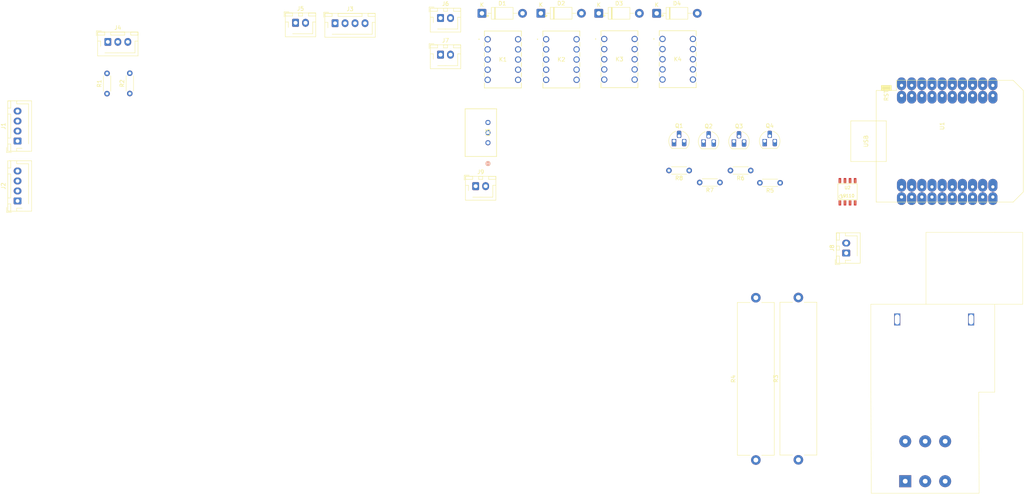
<source format=kicad_pcb>
(kicad_pcb (version 20241229) (generator "pcbnew") (generator_version "9.0")
  (layers (0 "F.Cu" signal) (2 "B.Cu" signal) (13 "F.Paste" user) (15 "B.Paste" user) (5 "F.SilkS" user "F.Silkscreen") (7 "B.SilkS" user "B.Silkscreen") (1 "F.Mask" user) (3 "B.Mask" user) (25 "Edge.Cuts" user))
  (net 0 "")
  (net 1 "+12V")
  (net 2 "Net-(D1-A)")
  (net 3 "Net-(D2-A)")
  (net 4 "Net-(D3-A)")
  (net 5 "Net-(D4-A)")
  (net 6 "GNDA")
  (net 7 "Net-(J1-Pin_2)")
  (net 8 "Net-(J1-Pin_1)")
  (net 9 "Net-(J2-Pin_2)")
  (net 10 "Net-(J2-Pin_1)")
  (net 11 "Net-(J3-Pin_4)")
  (net 12 "Net-(J3-Pin_3)")
  (net 13 "Net-(J4-Pin_2)")
  (net 14 "Net-(J4-Pin_1)")
  (net 15 "GND")
  (net 16 "Net-(J5-Pin_1)")
  (net 17 "Net-(J6-Pin_1)")
  (net 18 "Net-(J7-Pin_1)")
  (net 19 "Net-(J8-Pin_1)")
  (net 20 "Net-(J8-Pin_2)")
  (net 24 "Net-(K3-Pad4)")
  (net 25 "Net-(K3-Pad7)")
  (net 31 "Net-(Q1-B)")
  (net 32 "Net-(Q2-B)")
  (net 33 "Net-(Q3-B)")
  (net 34 "Net-(Q4-B)")
  (net 35 "+3V3")
  (net 42 "Net-(U1-IO_04)")
  (net 59 "Net-(U1-IO_00)")
  (net 80 "Net-(U1-IO_16{slash}D4)")
  (net 81 "Net-(U1-IO_21{slash}D2{slash}SDA)")
  (net 82 "Net-(U1-IO_17{slash}D3)")
  (net 83 "Net-(U1-IO_22{slash}D1{slash}SCL)")
  (footprint "Connector_JST:JST_XH_B2B-XH-AM_1x02_P2.50mm_Vertical" (layer "F.Cu") (at 90.1 25.2)
    (property "Reference" "J5" (at 1.25 -3.55 0) (layer "F.SilkS"))
    (property "Value" "LFE")
    (pad "" np_thru_hole circle (at -1.6 2) (size 1.2 1.2) (drill 1.2) (layers "*.Cu" "*.Mask"))
    (pad "1" thru_hole roundrect (at 0 0) (size 1.7 2) (drill 1) (layers "*.Cu" "*.Mask") (roundrect_rratio 0.147059) (net 16 "Net-(J5-Pin_1)"))
    (pad "2" thru_hole oval (at 2.5 0) (size 1.7 2) (drill 1) (layers "*.Cu" "*.Mask") (net 6 "GNDA"))
  )
  (footprint "Diode_THT:D_DO-41_SOD81_P10.16mm_Horizontal" (layer "F.Cu") (at 180.52 22.82)
    (property "Reference" "D4" (at 5.08 -2.47 0) (layer "F.SilkS"))
    (property "Value" "1N4004")
    (fp_text user "K" (at 0 -2.1 0) (layer "F.SilkS"))
    (pad "1" thru_hole roundrect (at 0 0) (size 2.2 2.2) (drill 1.1) (layers "*.Cu" "*.Mask") (roundrect_rratio 0.113636) (net 1 "+12V"))
    (pad "2" thru_hole circle (at 10.16 0) (size 2.2 2.2) (drill 1.1) (layers "*.Cu" "*.Mask") (net 5 "Net-(D4-A)"))
  )
  (footprint "Resistor_THT:R_Axial_Power_L38.0mm_W9.0mm_P40.64mm" (layer "F.Cu") (at 216 134.62 90)
    (property "Reference" "R3" (at 20.32 -5.62 90) (layer "F.SilkS"))
    (property "Value" "10K")
    (pad "1" thru_hole circle (at 0 0 90) (size 2.4 2.4) (drill 1.2) (layers "*.Cu" "*.Mask") (net 16 "Net-(J5-Pin_1)"))
    (pad "2" thru_hole circle (at 40.64 0 90) (size 2.4 2.4) (drill 1.2) (layers "*.Cu" "*.Mask") (net 12 "Net-(J3-Pin_3)"))
  )
  (footprint "Diode_THT:D_DO-41_SOD81_P10.16mm_Horizontal" (layer "F.Cu") (at 136.77065 22.82)
    (property "Reference" "D1" (at 5.08 -2.47 0) (layer "F.SilkS"))
    (property "Value" "1N4004")
    (fp_text user "K" (at 0 -2.1 0) (layer "F.SilkS"))
    (pad "1" thru_hole roundrect (at 0 0) (size 2.2 2.2) (drill 1.1) (layers "*.Cu" "*.Mask") (roundrect_rratio 0.113636) (net 1 "+12V"))
    (pad "2" thru_hole circle (at 10.16 0) (size 2.2 2.2) (drill 1.1) (layers "*.Cu" "*.Mask") (net 2 "Net-(D1-A)"))
  )
  (footprint "Potentiometer_THT:Potentiometer_Alps_RK27112MC" (layer "F.Cu") (at 242.75 140.975 90)
    (property "Reference" "RV1" (hide yes))
    (property "Value" "ALPS RK27")
    (pad "" thru_hole rect (at 41.5 -2 90) (size 3 1.5) (drill oval 2.5 1.2) (property pad_prop_mechanical) (layers "*.Mask"))
    (pad "" thru_hole rect (at 41.5 16.5 90) (size 3 1.5) (drill oval 2.5 1.2) (property pad_prop_mechanical) (layers "*.Mask"))
    (pad "1" thru_hole circle (at 1 10 270) (size 3 3) (drill 1.2) (layers "*.Cu" "*.Mask") (net 25 "Net-(K3-Pad7)"))
    (pad "2" thru_hole circle (at 1 5 270) (size 3 3) (drill 1.2) (layers "*.Cu" "*.Mask") (net 11 "Net-(J3-Pin_4)"))
    (pad "3" thru_hole rect (at 1 0 270) (size 3 3) (drill 1.2) (layers "*.Cu" "*.Mask") (net 6 "GNDA"))
    (pad "4" thru_hole circle (at 11 10 270) (size 3 3) (drill 1.2) (layers "*.Cu" "*.Mask") (net 24 "Net-(K3-Pad4)"))
    (pad "5" thru_hole circle (at 11 5 270) (size 3 3) (drill 1.2) (layers "*.Cu" "*.Mask") (net 12 "Net-(J3-Pin_3)"))
    (pad "6" thru_hole circle (at 11 0 270) (size 3 3) (drill 1.2) (layers "*.Cu" "*.Mask") (net 6 "GNDA"))
  )
  (footprint "Connector_JST:JST_XH_B4B-XH-AM_1x04_P2.50mm_Vertical" (layer "F.Cu") (at 20.5 54.8 90)
    (property "Reference" "J1" (at 3.75 -3.55 90) (layer "F.SilkS"))
    (property "Value" "Input 01")
    (pad "" np_thru_hole circle (at -1.6 2 90) (size 1.2 1.2) (drill 1.2) (layers "*.Cu" "*.Mask"))
    (pad "1" thru_hole roundrect (at 0 0 90) (size 1.7 1.95) (drill 0.95) (layers "*.Cu" "*.Mask") (roundrect_rratio 0.147059) (net 8 "Net-(J1-Pin_1)"))
    (pad "2" thru_hole oval (at 2.5 0 90) (size 1.7 1.95) (drill 0.95) (layers "*.Cu" "*.Mask") (net 7 "Net-(J1-Pin_2)"))
    (pad "3" thru_hole oval (at 5 0 90) (size 1.7 1.95) (drill 0.95) (layers "*.Cu" "*.Mask") (net 6 "GNDA"))
    (pad "4" thru_hole oval (at 7.5 0 90) (size 1.7 1.95) (drill 0.95) (layers "*.Cu" "*.Mask") (net 6 "GNDA"))
  )
  (footprint "Resistor_THT:R_Axial_DIN0204_L3.6mm_D1.6mm_P5.08mm_Horizontal" (layer "F.Cu") (at 188.67 62.18 180)
    (property "Reference" "R8" (at 2.54 -1.92 0) (layer "F.SilkS"))
    (property "Value" "1K")
    (pad "1" thru_hole circle (at 0 0 180) (size 1.4 1.4) (drill 0.7) (layers "*.Cu" "*.Mask") (net 34 "Net-(Q4-B)"))
    (pad "2" thru_hole circle (at 5.08 0 180) (size 1.4 1.4) (drill 0.7) (layers "*.Cu" "*.Mask") (net 83 "Net-(U1-IO_22{slash}D1{slash}SCL)"))
  )
  (footprint "Resistor_THT:R_Axial_DIN0204_L3.6mm_D1.6mm_P5.08mm_Horizontal" (layer "F.Cu") (at 196.37 65.18 180)
    (property "Reference" "R7" (at 2.54 -1.92 0) (layer "F.SilkS"))
    (property "Value" "1K")
    (pad "1" thru_hole circle (at 0 0 180) (size 1.4 1.4) (drill 0.7) (layers "*.Cu" "*.Mask") (net 33 "Net-(Q3-B)"))
    (pad "2" thru_hole circle (at 5.08 0 180) (size 1.4 1.4) (drill 0.7) (layers "*.Cu" "*.Mask") (net 81 "Net-(U1-IO_21{slash}D2{slash}SDA)"))
  )
  (footprint "tq2:RELAY_TQ2_PAN" (layer "F.Cu") (at 167.3869 29.2527)
    (property "Reference" "K3" (at 3.81 5.0673 0) (layer "F.SilkS"))
    (property "Value" "TQ2-12V")
    (fp_text user "*" (at 0 -5.554133 0) (layer "F.SilkS"))
    (fp_text user "*" (at 0 -5.554133 0) (layer "F.SilkS"))
    (pad "1" thru_hole circle (at 0 0) (size 1.5748 1.5748) (drill 1.0668) (layers "*.Cu" "*.Mask") (net 1 "+12V"))
    (pad "2" thru_hole circle (at 0 2.54) (size 1.5748 1.5748) (drill 1.0668) (layers "*.Cu" "*.Mask"))
    (pad "3" thru_hole circle (at 0 5.08) (size 1.5748 1.5748) (drill 1.0668) (layers "*.Cu" "*.Mask") (net 7 "Net-(J1-Pin_2)"))
    (pad "4" thru_hole circle (at 0 7.62) (size 1.5748 1.5748) (drill 1.0668) (layers "*.Cu" "*.Mask") (net 24 "Net-(K3-Pad4)"))
    (pad "5" thru_hole circle (at 0 10.16) (size 1.5748 1.5748) (drill 1.0668) (layers "*.Cu" "*.Mask"))
    (pad "6" thru_hole circle (at 7.62 10.16) (size 1.5748 1.5748) (drill 1.0668) (layers "*.Cu" "*.Mask"))
    (pad "7" thru_hole circle (at 7.62 7.62) (size 1.5748 1.5748) (drill 1.0668) (layers "*.Cu" "*.Mask") (net 25 "Net-(K3-Pad7)"))
    (pad "8" thru_hole circle (at 7.62 5.08) (size 1.5748 1.5748) (drill 1.0668) (layers "*.Cu" "*.Mask") (net 8 "Net-(J1-Pin_1)"))
    (pad "9" thru_hole circle (at 7.62 2.54) (size 1.5748 1.5748) (drill 1.0668) (layers "*.Cu" "*.Mask"))
    (pad "10" thru_hole circle (at 7.62 0) (size 1.5748 1.5748) (drill 1.0668) (layers "*.Cu" "*.Mask") (net 4 "Net-(D3-A)"))
  )
  (footprint "Diode_THT:D_DO-41_SOD81_P10.16mm_Horizontal" (layer "F.Cu") (at 151.52 22.8075)
    (property "Reference" "D2" (at 5.08 -2.47 0) (layer "F.SilkS"))
    (property "Value" "1N4004")
    (fp_text user "K" (at 0 -2.1 0) (layer "F.SilkS"))
    (pad "1" thru_hole roundrect (at 0 0) (size 2.2 2.2) (drill 1.1) (layers "*.Cu" "*.Mask") (roundrect_rratio 0.113636) (net 1 "+12V"))
    (pad "2" thru_hole circle (at 10.16 0) (size 2.2 2.2) (drill 1.1) (layers "*.Cu" "*.Mask") (net 3 "Net-(D2-A)"))
  )
  (footprint "Package_TO_SOT_THT:TO-92L_HandSolder" (layer "F.Cu") (at 199.86 54.9)
    (property "Reference" "Q3" (at 1.27 -3.8 0) (layer "F.SilkS"))
    (property "Value" "PN2222A")
    (pad "1" thru_hole rect (at 0 0) (size 1.1 1.8) (drill 0.75 (offset 0 0.4)) (layers "*.Cu" "*.Mask") (net 15 "GND"))
    (pad "2" thru_hole roundrect (at 1.27 -1.27) (size 1.1 1.8) (drill 0.75 (offset 0 -0.4)) (layers "*.Cu" "*.Mask") (net 33 "Net-(Q3-B)"))
    (pad "3" thru_hole roundrect (at 2.54 0) (size 1.1 1.8) (drill 0.75 (offset 0 0.4)) (layers "*.Cu" "*.Mask") (net 3 "Net-(D2-A)"))
  )
  (footprint "tq2:RELAY_TQ2_PAN" (layer "F.Cu") (at 181.98 29.24)
    (property "Reference" "K4" (at 3.81 5.0673 0) (layer "F.SilkS"))
    (property "Value" "TQ2-12V")
    (fp_text user "*" (at 0 -5.554133 0) (layer "F.SilkS"))
    (fp_text user "*" (at 0 -5.554133 0) (layer "F.SilkS"))
    (pad "1" thru_hole circle (at 0 0) (size 1.5748 1.5748) (drill 1.0668) (layers "*.Cu" "*.Mask") (net 1 "+12V"))
    (pad "2" thru_hole circle (at 0 2.54) (size 1.5748 1.5748) (drill 1.0668) (layers "*.Cu" "*.Mask"))
    (pad "3" thru_hole circle (at 0 5.08) (size 1.5748 1.5748) (drill 1.0668) (layers "*.Cu" "*.Mask") (net 9 "Net-(J2-Pin_2)"))
    (pad "4" thru_hole circle (at 0 7.62) (size 1.5748 1.5748) (drill 1.0668) (layers "*.Cu" "*.Mask") (net 25 "Net-(K3-Pad7)"))
    (pad "5" thru_hole circle (at 0 10.16) (size 1.5748 1.5748) (drill 1.0668) (layers "*.Cu" "*.Mask"))
    (pad "6" thru_hole circle (at 7.62 10.16) (size 1.5748 1.5748) (drill 1.0668) (layers "*.Cu" "*.Mask"))
    (pad "7" thru_hole circle (at 7.62 7.62) (size 1.5748 1.5748) (drill 1.0668) (layers "*.Cu" "*.Mask") (net 24 "Net-(K3-Pad4)"))
    (pad "8" thru_hole circle (at 7.62 5.08) (size 1.5748 1.5748) (drill 1.0668) (layers "*.Cu" "*.Mask") (net 10 "Net-(J2-Pin_1)"))
    (pad "9" thru_hole circle (at 7.62 2.54) (size 1.5748 1.5748) (drill 1.0668) (layers "*.Cu" "*.Mask"))
    (pad "10" thru_hole circle (at 7.62 0) (size 1.5748 1.5748) (drill 1.0668) (layers "*.Cu" "*.Mask") (net 5 "Net-(D4-A)"))
  )
  (footprint "esp32-wemos-d1-mini:esp32-wemos-d1-mini" (layer "F.Cu") (at 253.26 54.845 -90)
    (property "Reference" "U1" (at -3.81 1.27 90) (layer "F.SilkS"))
    (property "Value" "esp32-wemos-d1-mini")
    (fp_text user "RST" (at -11.43 15.24 90) (layer "F.SilkS"))
    (fp_text user "USB" (at 0 20.32 90) (layer "F.SilkS"))
    (pad "1" thru_hole oval (at -13.97 -11.43 180) (size 2.3 3.2) (drill 0.8 (offset 0 0.4)) (layers "*.Cu" "*.Mask") (net 15 "GND"))
    (pad "2" thru_hole oval (at -11.43 -11.43 180) (size 2.3 3.2) (drill 0.8 (offset 0 -0.4)) (layers "*.Cu" "*.Mask"))
    (pad "3" thru_hole oval (at -13.97 -8.89 180) (size 2.3 3.2) (drill 0.8 (offset 0 0.4)) (layers "*.Cu" "*.Mask"))
    (pad "4" thru_hole oval (at -11.43 -8.89 180) (size 2.3 3.2) (drill 0.8 (offset 0 -0.4)) (layers "*.Cu" "*.Mask"))
    (pad "5" thru_hole oval (at -13.97 -6.35 180) (size 2.3 3.2) (drill 0.8 (offset 0 0.4)) (layers "*.Cu" "*.Mask"))
    (pad "6" thru_hole oval (at -11.43 -6.35 180) (size 2.3 3.2) (drill 0.8 (offset 0 -0.4)) (layers "*.Cu" "*.Mask"))
    (pad "7" thru_hole oval (at -13.97 -3.81 180) (size 2.3 3.2) (drill 0.8 (offset 0 0.4)) (layers "*.Cu" "*.Mask"))
    (pad "8" thru_hole oval (at -11.43 -3.81 180) (size 2.3 3.2) (drill 0.8 (offset 0 -0.4)) (layers "*.Cu" "*.Mask") (net 14 "Net-(J4-Pin_1)"))
    (pad "9" thru_hole oval (at -13.97 -1.27 180) (size 2.3 3.2) (drill 0.8 (offset 0 0.4)) (layers "*.Cu" "*.Mask"))
    (pad "10" thru_hole oval (at -11.43 -1.27 180) (size 2.3 3.2) (drill 0.8 (offset 0 -0.4)) (layers "*.Cu" "*.Mask") (net 13 "Net-(J4-Pin_2)"))
    (pad "11" thru_hole oval (at -13.97 1.27 180) (size 2.3 3.2) (drill 0.8 (offset 0 0.4)) (layers "*.Cu" "*.Mask"))
    (pad "12" thru_hole oval (at -11.43 1.27 180) (size 2.3 3.2) (drill 0.8 (offset 0 -0.4)) (layers "*.Cu" "*.Mask"))
    (pad "13" thru_hole oval (at -13.97 3.81 180) (size 2.3 3.2) (drill 0.8 (offset 0 0.4)) (layers "*.Cu" "*.Mask"))
    (pad "14" thru_hole oval (at -11.43 3.81 180) (size 2.3 3.2) (drill 0.8 (offset 0 -0.4)) (layers "*.Cu" "*.Mask"))
    (pad "15" thru_hole oval (at -13.97 6.35 180) (size 2.3 3.2) (drill 0.8 (offset 0 0.4)) (layers "*.Cu" "*.Mask"))
    (pad "16" thru_hole oval (at -11.43 6.35 180) (size 2.3 3.2) (drill 0.8 (offset 0 -0.4)) (layers "*.Cu" "*.Mask") (net 35 "+3V3"))
    (pad "17" thru_hole oval (at -13.97 8.89 180) (size 2.3 3.2) (drill 0.8 (offset 0 0.4)) (layers "*.Cu" "*.Mask"))
    (pad "18" thru_hole oval (at -11.43 8.89 180) (size 2.3 3.2) (drill 0.8 (offset 0 -0.4)) (layers "*.Cu" "*.Mask"))
    (pad "19" thru_hole oval (at -13.97 11.43 180) (size 2.3 3.2) (drill 0.8 (offset 0 0.4)) (layers "*.Cu" "*.Mask"))
    (pad "20" thru_hole oval (at -11.43 11.43 180) (size 2.3 3.2) (drill 0.8 (offset 0 -0.4)) (layers "*.Cu" "*.Mask"))
    (pad "21" thru_hole oval (at 11.43 -11.43 180) (size 2.3 3.2) (drill 0.8 (offset 0 0.4)) (layers "*.Cu" "*.Mask"))
    (pad "22" thru_hole oval (at 13.97 -11.43 180) (size 2.3 3.2) (drill 0.8 (offset 0 -0.4)) (layers "*.Cu" "*.Mask"))
    (pad "23" thru_hole oval (at 11.43 -8.89 180) (size 2.3 3.2) (drill 0.8 (offset 0 0.4)) (layers "*.Cu" "*.Mask"))
    (pad "24" thru_hole oval (at 13.97 -8.89 180) (size 2.3 3.2) (drill 0.8 (offset 0 -0.4)) (layers "*.Cu" "*.Mask"))
    (pad "25" thru_hole oval (at 11.43 -6.35 180) (size 2.3 3.2) (drill 0.8 (offset 0 0.4)) (layers "*.Cu" "*.Mask") (net 83 "Net-(U1-IO_22{slash}D1{slash}SCL)"))
    (pad "26" thru_hole oval (at 13.97 -6.35 180) (size 2.3 3.2) (drill 0.8 (offset 0 -0.4)) (layers "*.Cu" "*.Mask"))
    (pad "27" thru_hole oval (at 11.43 -3.81 180) (size 2.3 3.2) (drill 0.8 (offset 0 0.4)) (layers "*.Cu" "*.Mask") (net 81 "Net-(U1-IO_21{slash}D2{slash}SDA)"))
    (pad "28" thru_hole oval (at 13.97 -3.81 180) (size 2.3 3.2) (drill 0.8 (offset 0 -0.4)) (layers "*.Cu" "*.Mask"))
    (pad "29" thru_hole oval (at 11.43 -1.27 180) (size 2.3 3.2) (drill 0.8 (offset 0 0.4)) (layers "*.Cu" "*.Mask") (net 82 "Net-(U1-IO_17{slash}D3)"))
    (pad "30" thru_hole oval (at 13.97 -1.27 180) (size 2.3 3.2) (drill 0.8 (offset 0 -0.4)) (layers "*.Cu" "*.Mask"))
    (pad "31" thru_hole oval (at 11.43 1.27 180) (size 2.3 3.2) (drill 0.8 (offset 0 0.4)) (layers "*.Cu" "*.Mask") (net 80 "Net-(U1-IO_16{slash}D4)"))
    (pad "32" thru_hole oval (at 13.97 1.27 180) (size 2.3 3.2) (drill 0.8 (offset 0 -0.4)) (layers "*.Cu" "*.Mask") (net 42 "Net-(U1-IO_04)"))
    (pad "33" thru_hole oval (at 11.43 3.81 180) (size 2.3 3.2) (drill 0.8 (offset 0 0.4)) (layers "*.Cu" "*.Mask"))
    (pad "34" thru_hole oval (at 13.97 3.81 180) (size 2.3 3.2) (drill 0.8 (offset 0 -0.4)) (layers "*.Cu" "*.Mask") (net 59 "Net-(U1-IO_00)"))
    (pad "35" thru_hole oval (at 11.43 6.35 180) (size 2.3 3.2) (drill 0.8 (offset 0 0.4)) (layers "*.Cu" "*.Mask"))
    (pad "36" thru_hole oval (at 13.97 6.35 180) (size 2.3 3.2) (drill 0.8 (offset 0 -0.4)) (layers "*.Cu" "*.Mask"))
    (pad "37" thru_hole oval (at 11.43 8.89 180) (size 2.3 3.2) (drill 0.8 (offset 0 0.4)) (layers "*.Cu" "*.Mask"))
    (pad "38" thru_hole oval (at 13.97 8.89 180) (size 2.3 3.2) (drill 0.8 (offset 0 -0.4)) (layers "*.Cu" "*.Mask"))
    (pad "39" thru_hole oval (at 11.43 11.43 180) (size 2.3 3.2) (drill 0.8 (offset 0 0.4)) (layers "*.Cu" "*.Mask"))
    (pad "40" thru_hole oval (at 13.97 11.43 180) (size 2.3 3.2) (drill 0.8 (offset 0 -0.4)) (layers "*.Cu" "*.Mask"))
  )
  (footprint "Diode_THT:D_DO-41_SOD81_P10.16mm_Horizontal" (layer "F.Cu") (at 166.02 22.82)
    (property "Reference" "D3" (at 5.08 -2.47 0) (layer "F.SilkS"))
    (property "Value" "1N4004")
    (fp_text user "K" (at 0 -2.1 0) (layer "F.SilkS"))
    (pad "1" thru_hole roundrect (at 0 0) (size 2.2 2.2) (drill 1.1) (layers "*.Cu" "*.Mask") (roundrect_rratio 0.113636) (net 1 "+12V"))
    (pad "2" thru_hole circle (at 10.16 0) (size 2.2 2.2) (drill 1.1) (layers "*.Cu" "*.Mask") (net 4 "Net-(D3-A)"))
  )
  (footprint "Resistor_THT:R_Axial_DIN0204_L3.6mm_D1.6mm_P5.08mm_Horizontal" (layer "F.Cu") (at 42.9 42.94 90)
    (property "Reference" "R1" (at 2.54 -1.92 90) (layer "F.SilkS"))
    (property "Value" "100K")
    (pad "1" thru_hole circle (at 0 0 90) (size 1.4 1.4) (drill 0.7) (layers "*.Cu" "*.Mask") (net 35 "+3V3"))
    (pad "2" thru_hole circle (at 5.08 0 90) (size 1.4 1.4) (drill 0.7) (layers "*.Cu" "*.Mask") (net 13 "Net-(J4-Pin_2)"))
  )
  (footprint "tq2:RELAY_TQ2_PAN" (layer "F.Cu") (at 152.8425 29.31625)
    (property "Reference" "K2" (at 3.81 5.0673 0) (layer "F.SilkS"))
    (property "Value" "TQ2-12V")
    (fp_text user "*" (at 0 -5.554133 0) (layer "F.SilkS"))
    (fp_text user "*" (at 0 -5.554133 0) (layer "F.SilkS"))
    (pad "1" thru_hole circle (at 0 0) (size 1.5748 1.5748) (drill 1.0668) (layers "*.Cu" "*.Mask") (net 1 "+12V"))
    (pad "2" thru_hole circle (at 0 2.54) (size 1.5748 1.5748) (drill 1.0668) (layers "*.Cu" "*.Mask") (net 18 "Net-(J7-Pin_1)"))
    (pad "3" thru_hole circle (at 0 5.08) (size 1.5748 1.5748) (drill 1.0668) (layers "*.Cu" "*.Mask") (net 15 "GND"))
    (pad "4" thru_hole circle (at 0 7.62) (size 1.5748 1.5748) (drill 1.0668) (layers "*.Cu" "*.Mask"))
    (pad "5" thru_hole circle (at 0 10.16) (size 1.5748 1.5748) (drill 1.0668) (layers "*.Cu" "*.Mask"))
    (pad "6" thru_hole circle (at 7.62 10.16) (size 1.5748 1.5748) (drill 1.0668) (layers "*.Cu" "*.Mask"))
    (pad "7" thru_hole circle (at 7.62 7.62) (size 1.5748 1.5748) (drill 1.0668) (layers "*.Cu" "*.Mask"))
    (pad "8" thru_hole circle (at 7.62 5.08) (size 1.5748 1.5748) (drill 1.0668) (layers "*.Cu" "*.Mask"))
    (pad "9" thru_hole circle (at 7.62 2.54) (size 1.5748 1.5748) (drill 1.0668) (layers "*.Cu" "*.Mask"))
    (pad "10" thru_hole circle (at 7.62 0) (size 1.5748 1.5748) (drill 1.0668) (layers "*.Cu" "*.Mask") (net 3 "Net-(D2-A)"))
  )
  (footprint "Package_TO_SOT_THT:TO-92L_HandSolder" (layer "F.Cu") (at 192.26 54.9)
    (property "Reference" "Q2" (at 1.27 -3.8 0) (layer "F.SilkS"))
    (property "Value" "PN2222A")
    (pad "1" thru_hole rect (at 0 0) (size 1.1 1.8) (drill 0.75 (offset 0 0.4)) (layers "*.Cu" "*.Mask") (net 15 "GND"))
    (pad "2" thru_hole roundrect (at 1.27 -1.27) (size 1.1 1.8) (drill 0.75 (offset 0 -0.4)) (layers "*.Cu" "*.Mask") (net 32 "Net-(Q2-B)"))
    (pad "3" thru_hole roundrect (at 2.54 0) (size 1.1 1.8) (drill 0.75 (offset 0 0.4)) (layers "*.Cu" "*.Mask") (net 5 "Net-(D4-A)"))
  )
  (footprint "Connector_JST:JST_XH_B2B-XH-AM_1x02_P2.50mm_Vertical" (layer "F.Cu") (at 227.975 82.85 90)
    (property "Reference" "J8" (at 1.25 -3.55 90) (layer "F.SilkS"))
    (property "Value" "Motor")
    (pad "" np_thru_hole circle (at -1.6 2 90) (size 1.2 1.2) (drill 1.2) (layers "*.Cu" "*.Mask"))
    (pad "1" thru_hole roundrect (at 0 0 90) (size 1.7 2) (drill 1) (layers "*.Cu" "*.Mask") (roundrect_rratio 0.147059) (net 19 "Net-(J8-Pin_1)"))
    (pad "2" thru_hole oval (at 2.5 0 90) (size 1.7 2) (drill 1) (layers "*.Cu" "*.Mask") (net 20 "Net-(J8-Pin_2)"))
  )
  (footprint "Connector_JST:JST_XH_B2B-XH-AM_1x02_P2.50mm_Vertical" (layer "F.Cu") (at 126.4 24)
    (property "Reference" "J6" (at 1.25 -3.55 0) (layer "F.SilkS"))
    (property "Value" "Mute")
    (pad "" np_thru_hole circle (at -1.6 2) (size 1.2 1.2) (drill 1.2) (layers "*.Cu" "*.Mask"))
    (pad "1" thru_hole roundrect (at 0 0) (size 1.7 2) (drill 1) (layers "*.Cu" "*.Mask") (roundrect_rratio 0.147059) (net 17 "Net-(J6-Pin_1)"))
    (pad "2" thru_hole oval (at 2.5 0) (size 1.7 2) (drill 1) (layers "*.Cu" "*.Mask") (net 15 "GND"))
  )
  (footprint "Package_TO_SOT_THT:TO-92L_HandSolder" (layer "F.Cu") (at 184.86 54.8)
    (property "Reference" "Q1" (at 1.27 -3.8 0) (layer "F.SilkS"))
    (property "Value" "PN2222A")
    (pad "1" thru_hole rect (at 0 0) (size 1.1 1.8) (drill 0.75 (offset 0 0.4)) (layers "*.Cu" "*.Mask") (net 15 "GND"))
    (pad "2" thru_hole roundrect (at 1.27 -1.27) (size 1.1 1.8) (drill 0.75 (offset 0 -0.4)) (layers "*.Cu" "*.Mask") (net 31 "Net-(Q1-B)"))
    (pad "3" thru_hole roundrect (at 2.54 0) (size 1.1 1.8) (drill 0.75 (offset 0 0.4)) (layers "*.Cu" "*.Mask") (net 4 "Net-(D3-A)"))
  )
  (footprint "Connector_JST:JST_XH_B4B-XH-AM_1x04_P2.50mm_Vertical" (layer "F.Cu") (at 100 25.3)
    (property "Reference" "J3" (at 3.75 -3.55 0) (layer "F.SilkS"))
    (property "Value" "Preamp Out")
    (pad "" np_thru_hole circle (at -1.6 2) (size 1.2 1.2) (drill 1.2) (layers "*.Cu" "*.Mask"))
    (pad "1" thru_hole roundrect (at 0 0) (size 1.7 1.95) (drill 0.95) (layers "*.Cu" "*.Mask") (roundrect_rratio 0.147059) (net 6 "GNDA"))
    (pad "2" thru_hole oval (at 2.5 0) (size 1.7 1.95) (drill 0.95) (layers "*.Cu" "*.Mask") (net 6 "GNDA"))
    (pad "3" thru_hole oval (at 5 0) (size 1.7 1.95) (drill 0.95) (layers "*.Cu" "*.Mask") (net 12 "Net-(J3-Pin_3)"))
    (pad "4" thru_hole oval (at 7.5 0) (size 1.7 1.95) (drill 0.95) (layers "*.Cu" "*.Mask") (net 11 "Net-(J3-Pin_4)"))
  )
  (footprint "L9110:so-8" (layer "F.Cu") (at 228.3 67.5)
    (property "Reference" "U2" (at 0 -1.016 0) (layer "F.SilkS") (effects (font (size 0.7493 0.7493) (thickness 0.14986))))
    (property "Value" "L9110" (at 0 1.016 0) (layer "F.SilkS") (effects (font (size 0.7493 0.7493) (thickness 0.14986))))
    (pad "1" smd rect (at -1.905 2.794) (size 0.635 1.27) (layers "F.Cu" "F.Mask" "F.Paste") (net 19 "Net-(J8-Pin_1)"))
    (pad "2" smd rect (at -0.635 2.794) (size 0.635 1.27) (layers "F.Cu" "F.Mask" "F.Paste") (net 35 "+3V3"))
    (pad "3" smd rect (at 0.635 2.794) (size 0.635 1.27) (layers "F.Cu" "F.Mask" "F.Paste") (net 35 "+3V3"))
    (pad "4" smd rect (at 1.905 2.794) (size 0.635 1.27) (layers "F.Cu" "F.Mask" "F.Paste") (net 20 "Net-(J8-Pin_2)"))
    (pad "5" smd rect (at 1.905 -2.794) (size 0.635 1.27) (layers "F.Cu" "F.Mask" "F.Paste") (net 15 "GND"))
    (pad "6" smd rect (at 0.635 -2.794) (size 0.635 1.27) (layers "F.Cu" "F.Mask" "F.Paste") (net 42 "Net-(U1-IO_04)"))
    (pad "7" smd rect (at -0.635 -2.794) (size 0.635 1.27) (layers "F.Cu" "F.Mask" "F.Paste") (net 59 "Net-(U1-IO_00)"))
    (pad "8" smd rect (at -1.905 -2.794) (size 0.635 1.27) (layers "F.Cu" "F.Mask" "F.Paste") (net 15 "GND"))
  )
  (footprint "Package_TO_SOT_THT:TO-92L_HandSolder" (layer "F.Cu") (at 207.56 54.8)
    (property "Reference" "Q4" (at 1.27 -3.8 0) (layer "F.SilkS"))
    (property "Value" "PN2222A")
    (pad "1" thru_hole rect (at 0 0) (size 1.1 1.8) (drill 0.75 (offset 0 0.4)) (layers "*.Cu" "*.Mask") (net 15 "GND"))
    (pad "2" thru_hole roundrect (at 1.27 -1.27) (size 1.1 1.8) (drill 0.75 (offset 0 -0.4)) (layers "*.Cu" "*.Mask") (net 34 "Net-(Q4-B)"))
    (pad "3" thru_hole roundrect (at 2.54 0) (size 1.1 1.8) (drill 0.75 (offset 0 0.4)) (layers "*.Cu" "*.Mask") (net 2 "Net-(D1-A)"))
  )
  (footprint "Resistor_THT:R_Axial_DIN0204_L3.6mm_D1.6mm_P5.08mm_Horizontal" (layer "F.Cu") (at 48.6 42.9 90)
    (property "Reference" "R2" (at 2.54 -1.92 90) (layer "F.SilkS"))
    (property "Value" "100K")
    (pad "1" thru_hole circle (at 0 0 90) (size 1.4 1.4) (drill 0.7) (layers "*.Cu" "*.Mask") (net 35 "+3V3"))
    (pad "2" thru_hole circle (at 5.08 0 90) (size 1.4 1.4) (drill 0.7) (layers "*.Cu" "*.Mask") (net 14 "Net-(J4-Pin_1)"))
  )
  (footprint "Resistor_THT:R_Axial_DIN0204_L3.6mm_D1.6mm_P5.08mm_Horizontal" (layer "F.Cu") (at 204.07 62.18 180)
    (property "Reference" "R6" (at 2.54 -1.92 0) (layer "F.SilkS"))
    (property "Value" "1K")
    (pad "1" thru_hole circle (at 0 0 180) (size 1.4 1.4) (drill 0.7) (layers "*.Cu" "*.Mask") (net 32 "Net-(Q2-B)"))
    (pad "2" thru_hole circle (at 5.08 0 180) (size 1.4 1.4) (drill 0.7) (layers "*.Cu" "*.Mask") (net 82 "Net-(U1-IO_17{slash}D3)"))
  )
  (footprint "tq2:RELAY_TQ2_PAN" (layer "F.Cu") (at 138.1994 29.31625)
    (property "Reference" "K1" (at 3.81 5.0673 0) (layer "F.SilkS"))
    (property "Value" "TQ2-12V")
    (fp_text user "*" (at 0 -5.554133 0) (layer "F.SilkS"))
    (fp_text user "*" (at 0 -5.554133 0) (layer "F.SilkS"))
    (pad "1" thru_hole circle (at 0 0) (size 1.5748 1.5748) (drill 1.0668) (layers "*.Cu" "*.Mask") (net 1 "+12V"))
    (pad "2" thru_hole circle (at 0 2.54) (size 1.5748 1.5748) (drill 1.0668) (layers "*.Cu" "*.Mask"))
    (pad "3" thru_hole circle (at 0 5.08) (size 1.5748 1.5748) (drill 1.0668) (layers "*.Cu" "*.Mask") (net 15 "GND"))
    (pad "4" thru_hole circle (at 0 7.62) (size 1.5748 1.5748) (drill 1.0668) (layers "*.Cu" "*.Mask") (net 17 "Net-(J6-Pin_1)"))
    (pad "5" thru_hole circle (at 0 10.16) (size 1.5748 1.5748) (drill 1.0668) (layers "*.Cu" "*.Mask"))
    (pad "6" thru_hole circle (at 7.62 10.16) (size 1.5748 1.5748) (drill 1.0668) (layers "*.Cu" "*.Mask"))
    (pad "7" thru_hole circle (at 7.62 7.62) (size 1.5748 1.5748) (drill 1.0668) (layers "*.Cu" "*.Mask"))
    (pad "8" thru_hole circle (at 7.62 5.08) (size 1.5748 1.5748) (drill 1.0668) (layers "*.Cu" "*.Mask"))
    (pad "9" thru_hole circle (at 7.62 2.54) (size 1.5748 1.5748) (drill 1.0668) (layers "*.Cu" "*.Mask"))
    (pad "10" thru_hole circle (at 7.62 0) (size 1.5748 1.5748) (drill 1.0668) (layers "*.Cu" "*.Mask") (net 2 "Net-(D1-A)"))
  )
  (footprint "Resistor_THT:R_Axial_DIN0204_L3.6mm_D1.6mm_P5.08mm_Horizontal" (layer "F.Cu") (at 211.44 65.26 180)
    (property "Reference" "R5" (at 2.54 -1.92 0) (layer "F.SilkS"))
    (property "Value" "1K")
    (pad "1" thru_hole circle (at 0 0 180) (size 1.4 1.4) (drill 0.7) (layers "*.Cu" "*.Mask") (net 31 "Net-(Q1-B)"))
    (pad "2" thru_hole circle (at 5.08 0 180) (size 1.4 1.4) (drill 0.7) (layers "*.Cu" "*.Mask") (net 80 "Net-(U1-IO_16{slash}D4)"))
  )
  (footprint "Resistor_THT:R_Axial_Power_L38.0mm_W9.0mm_P40.64mm" (layer "F.Cu") (at 205.35 134.67 90)
    (property "Reference" "R4" (at 20.32 -5.62 90) (layer "F.SilkS"))
    (property "Value" "10K")
    (pad "1" thru_hole circle (at 0 0 90) (size 2.4 2.4) (drill 1.2) (layers "*.Cu" "*.Mask") (net 16 "Net-(J5-Pin_1)"))
    (pad "2" thru_hole circle (at 40.64 0 90) (size 2.4 2.4) (drill 1.2) (layers "*.Cu" "*.Mask") (net 11 "Net-(J3-Pin_4)"))
  )
  (footprint "Connector_JST:JST_XH_B2B-XH-AM_1x02_P2.50mm_Vertical" (layer "F.Cu") (at 135.2 66.1)
    (property "Reference" "J9" (at 1.25 -3.55 0) (layer "F.SilkS"))
    (property "Value" "Power")
    (pad "" np_thru_hole circle (at -1.6 2) (size 1.2 1.2) (drill 1.2) (layers "*.Cu" "*.Mask"))
    (pad "1" thru_hole roundrect (at 0 0) (size 1.7 2) (drill 1) (layers "*.Cu" "*.Mask") (roundrect_rratio 0.147059) (net 1 "+12V"))
    (pad "2" thru_hole oval (at 2.5 0) (size 1.7 2) (drill 1) (layers "*.Cu" "*.Mask") (net 15 "GND"))
  )
  (footprint "tsr-2433:TSR1-SINGLE_TRP" (layer "F.Cu") (at 138.278 55.2351 90)
    (property "Reference" "U3" (at 2.54 0 90) (layer "F.SilkS"))
    (property "Value" "TSR_1-2433")
    (pad "1" thru_hole circle (at 0 0 90) (size 1.27 1.27) (drill 0.762) (layers "*.Cu" "*.Mask") (net 1 "+12V"))
    (pad "2" thru_hole circle (at 2.54 0 90) (size 1.27 1.27) (drill 0.762) (layers "*.Cu" "*.Mask") (net 15 "GND"))
    (pad "3" thru_hole circle (at 5.08 0 90) (size 1.27 1.27) (drill 0.762) (layers "*.Cu" "*.Mask") (net 35 "+3V3"))
  )
  (footprint "Connector_JST:JST_XH_B4B-XH-AM_1x04_P2.50mm_Vertical" (layer "F.Cu") (at 20.5 69.8 90)
    (property "Reference" "J2" (at 3.75 -3.55 90) (layer "F.SilkS"))
    (property "Value" "Input 02")
    (pad "" np_thru_hole circle (at -1.6 2 90) (size 1.2 1.2) (drill 1.2) (layers "*.Cu" "*.Mask"))
    (pad "1" thru_hole roundrect (at 0 0 90) (size 1.7 1.95) (drill 0.95) (layers "*.Cu" "*.Mask") (roundrect_rratio 0.147059) (net 10 "Net-(J2-Pin_1)"))
    (pad "2" thru_hole oval (at 2.5 0 90) (size 1.7 1.95) (drill 0.95) (layers "*.Cu" "*.Mask") (net 9 "Net-(J2-Pin_2)"))
    (pad "3" thru_hole oval (at 5 0 90) (size 1.7 1.95) (drill 0.95) (layers "*.Cu" "*.Mask") (net 6 "GNDA"))
    (pad "4" thru_hole oval (at 7.5 0 90) (size 1.7 1.95) (drill 0.95) (layers "*.Cu" "*.Mask") (net 6 "GNDA"))
  )
  (footprint "Connector_JST:JST_XH_B3B-XH-AM_1x03_P2.50mm_Vertical" (layer "F.Cu") (at 43.1 29.975)
    (property "Reference" "J4" (at 2.5 -3.55 0) (layer "F.SilkS"))
    (property "Value" "Selector Switch")
    (pad "" np_thru_hole circle (at -1.6 2) (size 1.2 1.2) (drill 1.2) (layers "*.Cu" "*.Mask"))
    (pad "1" thru_hole roundrect (at 0 0) (size 1.7 1.95) (drill 0.95) (layers "*.Cu" "*.Mask") (roundrect_rratio 0.147059) (net 14 "Net-(J4-Pin_1)"))
    (pad "2" thru_hole oval (at 2.5 0) (size 1.7 1.95) (drill 0.95) (layers "*.Cu" "*.Mask") (net 13 "Net-(J4-Pin_2)"))
    (pad "3" thru_hole oval (at 5 0) (size 1.7 1.95) (drill 0.95) (layers "*.Cu" "*.Mask") (net 15 "GND"))
  )
  (footprint "Connector_JST:JST_XH_B2B-XH-AM_1x02_P2.50mm_Vertical" (layer "F.Cu") (at 126.4 33.175)
    (property "Reference" "J7" (at 1.25 -3.55 0) (layer "F.SilkS"))
    (property "Value" "Sleep")
    (pad "" np_thru_hole circle (at -1.6 2) (size 1.2 1.2) (drill 1.2) (layers "*.Cu" "*.Mask"))
    (pad "1" thru_hole roundrect (at 0 0) (size 1.7 2) (drill 1) (layers "*.Cu" "*.Mask") (roundrect_rratio 0.147059) (net 18 "Net-(J7-Pin_1)"))
    (pad "2" thru_hole oval (at 2.5 0) (size 1.7 2) (drill 1) (layers "*.Cu" "*.Mask") (net 15 "GND"))
  )
)
</source>
